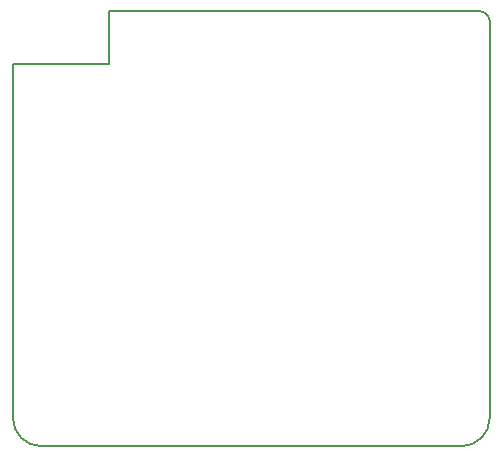
<source format=gm1>
G04 #@! TF.GenerationSoftware,KiCad,Pcbnew,(5.1.7)-1*
G04 #@! TF.CreationDate,2020-10-26T16:21:14+03:00*
G04 #@! TF.ProjectId,body_temp,626f6479-5f74-4656-9d70-2e6b69636164,rev?*
G04 #@! TF.SameCoordinates,Original*
G04 #@! TF.FileFunction,Profile,NP*
%FSLAX46Y46*%
G04 Gerber Fmt 4.6, Leading zero omitted, Abs format (unit mm)*
G04 Created by KiCad (PCBNEW (5.1.7)-1) date 2020-10-26 16:21:14*
%MOMM*%
%LPD*%
G01*
G04 APERTURE LIST*
G04 #@! TA.AperFunction,Profile*
%ADD10C,0.150000*%
G04 #@! TD*
G04 APERTURE END LIST*
D10*
X57277000Y-14605000D02*
G75*
G02*
X58166000Y-15494000I0J-889000D01*
G01*
X25908000Y-19050000D02*
X17780000Y-19050000D01*
X25908000Y-14605000D02*
X25908000Y-19050000D01*
X20193000Y-51435000D02*
G75*
G02*
X17780000Y-49022000I0J2413000D01*
G01*
X58166000Y-49022000D02*
G75*
G02*
X55753000Y-51435000I-2413000J0D01*
G01*
X25908000Y-14605000D02*
X57277000Y-14605000D01*
X17780000Y-49022000D02*
X17780000Y-19050000D01*
X55753000Y-51435000D02*
X20193000Y-51435000D01*
X58166000Y-15494000D02*
X58166000Y-49022000D01*
M02*

</source>
